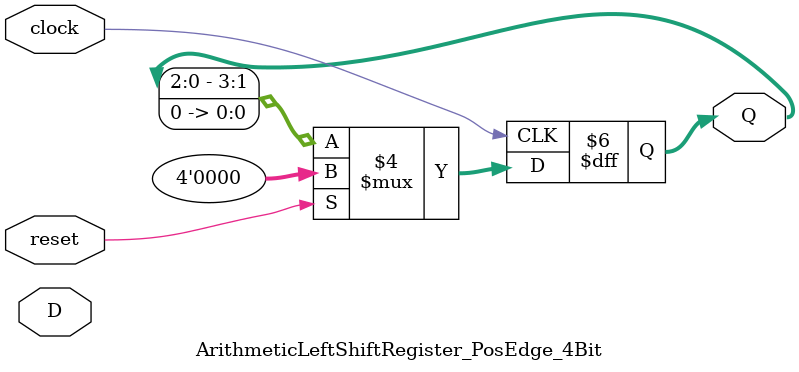
<source format=v>
module ArithmeticLeftShiftRegister_PosEdge_4Bit (clock, reset, D, Q);
    input clock;
    input reset;
    input [3:0] D;
    output reg [3:0] Q;

    always @(posedge clock)
    begin
        if (reset)
            Q = 4'b0000;
        else
            Q = Q << 1 ;        
    end
endmodule

</source>
